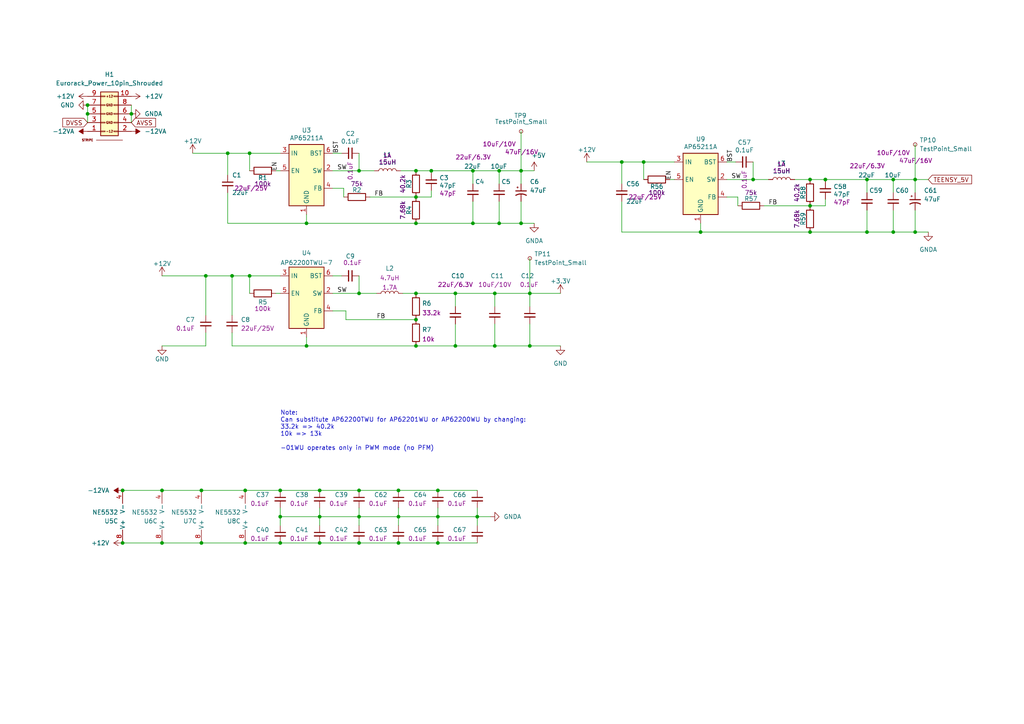
<source format=kicad_sch>
(kicad_sch (version 20231120) (generator "eeschema") (generator_version "8.0")
  (paper "A4")
  (junction (at 104.14 85.09))
  (junction (at 35.56 142.24))
  (junction (at 71.12 157.48))
  (junction (at 125.095 49.53))
  (junction (at 115.57 142.24))
  (junction (at 180.34 46.99))
  (junction (at 120.65 92.71))
  (junction (at 138.43 149.86))
  (junction (at 265.43 52.07))
  (junction (at 259.08 52.07))
  (junction (at 218.44 52.07))
  (junction (at 251.46 52.07))
  (junction (at 38.1 33.02))
  (junction (at 186.69 46.99))
  (junction (at 120.65 49.53))
  (junction (at 234.95 67.31))
  (junction (at 92.71 149.86))
  (junction (at 92.71 157.48))
  (junction (at 66.04 44.45))
  (junction (at 120.65 85.09))
  (junction (at 132.08 85.09))
  (junction (at 144.78 49.53))
  (junction (at 25.4 30.48))
  (junction (at 120.65 64.77))
  (junction (at 153.67 85.09))
  (junction (at 153.67 100.33))
  (junction (at 35.56 157.48))
  (junction (at 137.16 49.53))
  (junction (at 259.08 67.31))
  (junction (at 88.9 100.33))
  (junction (at 120.65 100.33))
  (junction (at 72.39 80.01))
  (junction (at 234.95 52.07))
  (junction (at 81.28 149.86))
  (junction (at 58.42 142.24))
  (junction (at 251.46 67.31))
  (junction (at 151.13 64.77))
  (junction (at 127 149.86))
  (junction (at 144.78 64.77))
  (junction (at 132.08 100.33))
  (junction (at 59.69 80.01))
  (junction (at 151.13 49.53))
  (junction (at 104.14 149.86))
  (junction (at 58.42 157.48))
  (junction (at 88.9 64.77))
  (junction (at 137.16 64.77))
  (junction (at 25.4 33.02))
  (junction (at 72.39 44.45))
  (junction (at 234.95 59.69))
  (junction (at 143.51 100.33))
  (junction (at 143.51 85.09))
  (junction (at 115.57 149.86))
  (junction (at 239.395 52.07))
  (junction (at 81.28 142.24))
  (junction (at 71.12 142.24))
  (junction (at 120.65 57.15))
  (junction (at 67.31 80.01))
  (junction (at 81.28 157.48))
  (junction (at 203.2 67.31))
  (junction (at 46.99 142.24))
  (junction (at 46.99 157.48))
  (junction (at 104.14 49.53))
  (junction (at 115.57 157.48))
  (junction (at 265.43 67.31))
  (junction (at 104.14 157.48))
  (junction (at 92.71 142.24))
  (junction (at 127 142.24))
  (junction (at 104.14 142.24))
  (junction (at 127 157.48))
  (no_connect (at -180.34 -113.03))
  (wire (pts (xy 138.43 147.32) (xy 138.43 149.86)))
  (wire (pts (xy 234.95 67.31) (xy 251.46 67.31)))
  (wire (pts (xy 38.1 33.02) (xy 38.1 35.56)))
  (wire (pts (xy 144.78 49.53) (xy 151.13 49.53)))
  (wire (pts (xy 88.9 100.33) (xy 120.65 100.33)))
  (wire (pts (xy 132.08 100.33) (xy 143.51 100.33)))
  (wire (pts (xy 92.71 149.86) (xy 104.14 149.86)))
  (wire (pts (xy 59.69 100.33) (xy 46.99 100.33)))
  (wire (pts (xy 143.51 85.09) (xy 143.51 88.9)))
  (wire (pts (xy 230.505 52.07) (xy 234.95 52.07)))
  (wire (pts (xy 107.315 57.15) (xy 120.65 57.15)))
  (wire (pts (xy 153.67 88.9) (xy 153.67 85.09)))
  (wire (pts (xy 25.4 33.02) (xy 25.4 35.56)))
  (wire (pts (xy 221.615 59.69) (xy 234.95 59.69)))
  (wire (pts (xy 137.16 49.53) (xy 137.16 53.34)))
  (wire (pts (xy 210.82 46.99) (xy 213.36 46.99)))
  (wire (pts (xy 81.28 149.86) (xy 81.28 152.4)))
  (wire (pts (xy 115.57 157.48) (xy 127 157.48)))
  (wire (pts (xy 170.18 46.99) (xy 180.34 46.99)))
  (wire (pts (xy 58.42 157.48) (xy 46.99 157.48)))
  (wire (pts (xy 116.84 85.09) (xy 120.65 85.09)))
  (wire (pts (xy 265.43 52.07) (xy 269.24 52.07)))
  (wire (pts (xy 151.13 49.53) (xy 154.94 49.53)))
  (wire (pts (xy 72.39 80.01) (xy 81.28 80.01)))
  (wire (pts (xy 104.14 49.53) (xy 108.585 49.53)))
  (wire (pts (xy 120.65 100.33) (xy 132.08 100.33)))
  (wire (pts (xy 180.34 67.31) (xy 203.2 67.31)))
  (wire (pts (xy 46.99 80.01) (xy 59.69 80.01)))
  (wire (pts (xy 25.4 30.48) (xy 25.4 33.02)))
  (wire (pts (xy 104.14 149.86) (xy 115.57 149.86)))
  (wire (pts (xy 210.82 52.07) (xy 218.44 52.07)))
  (wire (pts (xy 96.52 44.45) (xy 99.06 44.45)))
  (wire (pts (xy 88.9 97.79) (xy 88.9 100.33)))
  (wire (pts (xy 92.71 147.32) (xy 92.71 149.86)))
  (wire (pts (xy 143.51 93.98) (xy 143.51 100.33)))
  (wire (pts (xy 120.65 57.15) (xy 125.095 57.15)))
  (wire (pts (xy 100.33 90.17) (xy 96.52 90.17)))
  (wire (pts (xy 96.52 49.53) (xy 104.14 49.53)))
  (wire (pts (xy 239.395 52.705) (xy 239.395 52.07)))
  (wire (pts (xy 125.095 49.53) (xy 137.16 49.53)))
  (wire (pts (xy 67.31 100.33) (xy 88.9 100.33)))
  (wire (pts (xy 67.31 80.01) (xy 67.31 91.44)))
  (wire (pts (xy 115.57 142.24) (xy 127 142.24)))
  (wire (pts (xy 66.04 44.45) (xy 72.39 44.45)))
  (wire (pts (xy 71.12 142.24) (xy 81.28 142.24)))
  (wire (pts (xy 116.205 49.53) (xy 120.65 49.53)))
  (wire (pts (xy 92.71 142.24) (xy 104.14 142.24)))
  (wire (pts (xy 125.095 55.245) (xy 125.095 57.15)))
  (wire (pts (xy 265.43 55.88) (xy 265.43 52.07)))
  (wire (pts (xy 239.395 52.07) (xy 251.46 52.07)))
  (wire (pts (xy 259.08 60.96) (xy 259.08 67.31)))
  (wire (pts (xy 239.395 57.785) (xy 239.395 59.69)))
  (wire (pts (xy 71.12 157.48) (xy 58.42 157.48)))
  (wire (pts (xy 127 157.48) (xy 138.43 157.48)))
  (wire (pts (xy 186.69 52.07) (xy 186.69 46.99)))
  (wire (pts (xy 180.34 46.99) (xy 180.34 53.34)))
  (wire (pts (xy 151.13 38.1) (xy 151.13 49.53)))
  (wire (pts (xy 213.995 57.15) (xy 210.82 57.15)))
  (wire (pts (xy 251.46 52.07) (xy 251.46 55.88)))
  (wire (pts (xy 38.1 30.48) (xy 38.1 33.02)))
  (wire (pts (xy 203.2 64.77) (xy 203.2 67.31)))
  (wire (pts (xy 96.52 85.09) (xy 104.14 85.09)))
  (wire (pts (xy 92.71 149.86) (xy 92.71 152.4)))
  (wire (pts (xy 59.69 91.44) (xy 59.69 80.01)))
  (wire (pts (xy 218.44 52.07) (xy 222.885 52.07)))
  (wire (pts (xy 66.04 44.45) (xy 66.04 50.8)))
  (wire (pts (xy 180.34 46.99) (xy 186.69 46.99)))
  (wire (pts (xy 115.57 149.86) (xy 115.57 152.4)))
  (wire (pts (xy 81.28 85.09) (xy 80.01 85.09)))
  (wire (pts (xy 88.9 62.23) (xy 88.9 64.77)))
  (wire (pts (xy 81.28 147.32) (xy 81.28 149.86)))
  (wire (pts (xy 151.13 53.34) (xy 151.13 49.53)))
  (wire (pts (xy 100.33 92.71) (xy 100.33 90.17)))
  (wire (pts (xy 92.71 157.48) (xy 104.14 157.48)))
  (wire (pts (xy 186.69 46.99) (xy 195.58 46.99)))
  (wire (pts (xy 58.42 142.24) (xy 46.99 142.24)))
  (wire (pts (xy 153.67 100.33) (xy 162.56 100.33)))
  (wire (pts (xy 120.65 85.09) (xy 132.08 85.09)))
  (wire (pts (xy 137.16 58.42) (xy 137.16 64.77)))
  (wire (pts (xy 72.39 49.53) (xy 72.39 44.45)))
  (wire (pts (xy 115.57 149.86) (xy 127 149.86)))
  (wire (pts (xy 251.46 67.31) (xy 259.08 67.31)))
  (wire (pts (xy 104.14 147.32) (xy 104.14 149.86)))
  (wire (pts (xy 251.46 52.07) (xy 259.08 52.07)))
  (wire (pts (xy 213.995 59.69) (xy 213.995 57.15)))
  (wire (pts (xy 151.13 58.42) (xy 151.13 64.77)))
  (wire (pts (xy 59.69 96.52) (xy 59.69 100.33)))
  (wire (pts (xy 138.43 149.86) (xy 138.43 152.4)))
  (wire (pts (xy 67.31 96.52) (xy 67.31 100.33)))
  (wire (pts (xy 127 149.86) (xy 138.43 149.86)))
  (wire (pts (xy 125.095 50.165) (xy 125.095 49.53)))
  (wire (pts (xy 71.12 142.24) (xy 58.42 142.24)))
  (wire (pts (xy 100.33 92.71) (xy 120.65 92.71)))
  (wire (pts (xy 153.67 85.09) (xy 162.56 85.09)))
  (wire (pts (xy 99.695 54.61) (xy 96.52 54.61)))
  (wire (pts (xy 115.57 147.32) (xy 115.57 149.86)))
  (wire (pts (xy 265.43 67.31) (xy 269.24 67.31)))
  (wire (pts (xy 144.78 49.53) (xy 144.78 53.34)))
  (wire (pts (xy 137.16 49.53) (xy 144.78 49.53)))
  (wire (pts (xy 180.34 67.31) (xy 180.34 58.42)))
  (wire (pts (xy 104.14 149.86) (xy 104.14 152.4)))
  (wire (pts (xy 67.31 80.01) (xy 72.39 80.01)))
  (wire (pts (xy 144.78 64.77) (xy 151.13 64.77)))
  (wire (pts (xy 132.08 85.09) (xy 132.08 88.9)))
  (wire (pts (xy 104.14 85.09) (xy 104.14 80.01)))
  (wire (pts (xy 127 142.24) (xy 138.43 142.24)))
  (wire (pts (xy 265.43 60.96) (xy 265.43 67.31)))
  (wire (pts (xy 127 147.32) (xy 127 149.86)))
  (wire (pts (xy 195.58 52.07) (xy 194.31 52.07)))
  (wire (pts (xy 104.14 142.24) (xy 115.57 142.24)))
  (wire (pts (xy 153.67 93.98) (xy 153.67 100.33)))
  (wire (pts (xy 72.39 44.45) (xy 81.28 44.45)))
  (wire (pts (xy 104.14 85.09) (xy 109.22 85.09)))
  (wire (pts (xy 259.08 67.31) (xy 265.43 67.31)))
  (wire (pts (xy 234.95 52.07) (xy 239.395 52.07)))
  (wire (pts (xy 143.51 85.09) (xy 153.67 85.09)))
  (wire (pts (xy 81.28 157.48) (xy 92.71 157.48)))
  (wire (pts (xy 104.14 49.53) (xy 104.14 44.45)))
  (wire (pts (xy 88.9 64.77) (xy 120.65 64.77)))
  (wire (pts (xy 104.14 157.48) (xy 115.57 157.48)))
  (wire (pts (xy 259.08 52.07) (xy 265.43 52.07)))
  (wire (pts (xy 81.28 49.53) (xy 80.01 49.53)))
  (wire (pts (xy 153.67 74.93) (xy 153.67 85.09)))
  (wire (pts (xy 46.99 142.24) (xy 35.56 142.24)))
  (wire (pts (xy 218.44 52.07) (xy 218.44 46.99)))
  (wire (pts (xy 55.88 44.45) (xy 66.04 44.45)))
  (wire (pts (xy 46.99 157.48) (xy 35.56 157.48)))
  (wire (pts (xy 259.08 52.07) (xy 259.08 55.88)))
  (wire (pts (xy 81.28 142.24) (xy 92.71 142.24)))
  (wire (pts (xy 120.65 64.77) (xy 137.16 64.77)))
  (wire (pts (xy 151.13 64.77) (xy 154.94 64.77)))
  (wire (pts (xy 71.12 157.48) (xy 81.28 157.48)))
  (wire (pts (xy 127 149.86) (xy 127 152.4)))
  (wire (pts (xy 81.28 149.86) (xy 92.71 149.86)))
  (wire (pts (xy 72.39 85.09) (xy 72.39 80.01)))
  (wire (pts (xy 138.43 149.86) (xy 142.24 149.86)))
  (wire (pts (xy 234.95 59.69) (xy 239.395 59.69)))
  (wire (pts (xy 120.65 49.53) (xy 125.095 49.53)))
  (wire (pts (xy 144.78 58.42) (xy 144.78 64.77)))
  (wire (pts (xy 203.2 67.31) (xy 234.95 67.31)))
  (wire (pts (xy 99.695 57.15) (xy 99.695 54.61)))
  (wire (pts (xy 143.51 100.33) (xy 153.67 100.33)))
  (wire (pts (xy 251.46 60.96) (xy 251.46 67.31)))
  (wire (pts (xy 265.43 41.91) (xy 265.43 52.07)))
  (wire (pts (xy 59.69 80.01) (xy 67.31 80.01)))
  (wire (pts (xy 132.08 85.09) (xy 143.51 85.09)))
  (wire (pts (xy 66.04 64.77) (xy 66.04 55.88)))
  (wire (pts (xy 96.52 80.01) (xy 99.06 80.01)))
  (wire (pts (xy 66.04 64.77) (xy 88.9 64.77)))
  (wire (pts (xy 132.08 93.98) (xy 132.08 100.33)))
  (wire (pts (xy 137.16 64.77) (xy 144.78 64.77)))
  (text "Note:\nCan substitute AP62200TWU for AP62201WU or AP62200WU by changing:\n33.2k => 40.2k\n10k => 13k\n\n-01WU operates only in PWM mode (no PFM)" (at 81.28 130.81 0) (effects (font (size 1.27 1.27)) (justify left bottom)))
  (label "SW" (at 97.79 49.53 0))
  (label "SW" (at 97.79 85.09 0))
  (label "SW" (at 212.09 52.07 0))
  (label "FB" (at 108.585 57.15 0))
  (label "BST" (at 212.725 46.99 90))
  (label "FB" (at 222.885 59.69 0))
  (label "BST" (at 98.425 44.45 90))
  (label "FB" (at 109.22 92.71 0))
  (label "EN" (at 194.945 52.07 90))
  (label "EN" (at 80.645 49.53 90))
  (global_label "TEENSY_5V" (shape input) (at 269.24 52.07 0) (property "Intersheetrefs" "${INTERSHEET_REFS}" (effects (hide yes))))
  (global_label "AVSS" (shape input) (at 38.1 35.56 0) (property "Intersheetrefs" "${INTERSHEET_REFS}" (effects (hide yes))))
  (global_label "DVSS" (shape input) (at 25.4 35.56 180) (property "Intersheetrefs" "${INTERSHEET_REFS}" (effects (hide yes))))
  (symbol (lib_id "4ms_Resistor:10k_0603") (at 120.65 96.52 0) (unit 1)
    (property "Reference" "R7" (at 122.428 95.6115 0) (effects (justify left)))
    (property "Value" "10k_0603" (effects (hide yes)))
    (property "Footprint" "4ms_Resistor:R_0603" (effects (hide yes)))
    (property "Specifications" "10K, 1%, 1/10W, 0603" (effects (hide yes)))
    (property "Manufacturer" "Yageo" (effects (hide yes)))
    (property "Part Number" "RC0603FR-0710KL" (effects (hide yes)))
    (property "Display" "10k" (at 122.428 98.3866 0) (effects (justify left)))
    (property "JLCPCB ID" "C25804" (effects (hide yes)))
  )
  (symbol (lib_id "4ms_Capacitor:22uF_0603_6.3V") (at 251.46 58.42 0) (unit 1)
    (property "Reference" "C59" (at 252.095 55.245 0) (effects (justify left)))
    (property "Value" "22uF" (at 248.92 50.8 0) (effects (justify left)))
    (property "Footprint" "4ms_Capacitor:C_0603" (effects (hide yes)))
    (property "Description" "22uF, 6.3V,10%,X5R or X7R, 0603" (effects (hide yes)))
    (property "Manufacturer" "Murata" (effects (hide yes)))
    (property "Part number" "JMK212ABJ226MD-T" (effects (hide yes)))
    (property "Specifications" "22uF, 6.3V,10%,X5R or X7R,0603" (effects (hide yes)))
    (property "Part Number" "GRM188R60J226MEA0J" (effects (hide yes)))
    (property "Display" "22uF/6.3V" (at 246.38 48.133 0) (effects (justify left)))
    (property "JLCPCB ID" "C59461" (effects (hide yes)))
    (property "Production Stage" "A" (effects (hide yes)))
  )
  (symbol (lib_id "4ms_Capacitor:22uF_0805_25V") (at 67.31 93.98 0) (unit 1)
    (property "Reference" "C8" (at 69.85 92.71 0) (effects (justify left)))
    (property "Value" "22uF_0805_25V" (effects (hide yes)))
    (property "Footprint" "4ms_Capacitor:C_0805" (effects (hide yes)))
    (property "Specifications" "22uF, Min 25V, 0805, MLCC, X5R or similar" (effects (hide yes)))
    (property "Display" "22uF/25V" (at 69.85 95.25 0) (effects (justify left)))
    (property "Manufacturer" "Murata" (effects (hide yes)))
    (property "Part Number" "GRM21BR61E226ME44L" (effects (hide yes)))
    (property "JLCPCB ID" "C45783" (effects (hide yes)))
  )
  (symbol (lib_id "4ms_Connector:TestPoint_Small") (at 265.43 41.91 0) (unit 1)
    (property "Reference" "TP10" (at 266.7 40.6399 0) (effects (justify left)))
    (property "Value" "TestPoint_Small" (at 266.7 43.1799 0) (effects (justify left)))
    (property "Footprint" "TestPoint:TestPoint_Keystone_5005-5009_Compact" (effects (hide yes)))
    (property "Description" "test point" (effects (hide yes)))
  )
  (symbol (lib_id "4ms_Capacitor:0.1uF_0603_16V") (at 215.9 46.99 270) (unit 1)
    (property "Reference" "C57" (at 215.9 41.3004 90))
    (property "Value" "0.1uF" (at 215.9 43.5356 90))
    (property "Footprint" "4ms_Capacitor:C_0603" (effects (hide yes)))
    (property "Description" "0.1uF, Min. 16V 10%, X7R or X5R or similar" (effects (hide yes)))
    (property "Specifications" "0.1uF, Min. 16V 10%, X7R or X5R or similar" (effects (hide yes)))
    (property "Display" "0.1uF" (at 215.9 52.07 0))
    (property "Manufacturer" "AVX Corporation" (effects (hide yes)))
    (property "Part Number" "0603YC104KAT2A" (effects (hide yes)))
    (property "JLCPCB ID" "C14663" (effects (hide yes)))
    (property "Production Stage" "A" (effects (hide yes)))
  )
  (symbol (lib_id "4ms_Power-symbol:-12VA") (at 25.4 38.1 90) (unit 1)
    (property "Reference" "#PWR08" (effects (hide yes)))
    (property "Value" "-12VA" (at 21.59 38.0999 90) (effects (justify left)))
  )
  (symbol (lib_id "4ms_Capacitor:0.1uF_0603_16V") (at 92.71 144.78 0) (unit 1)
    (property "Reference" "C38" (at 89.535 143.51 0) (effects (justify right)))
    (property "Value" "0.1uF_0603_16V" (effects (hide yes)))
    (property "Footprint" "4ms_Capacitor:C_0603" (effects (hide yes)))
    (property "Display" "0.1uF" (at 89.535 146.05 0) (effects (justify right)))
    (property "Manufacturer" "AVX Corporation" (effects (hide yes)))
    (property "Part Number" "0603YC104KAT2A" (effects (hide yes)))
    (property "Specifications" "0.1uF, Min. 16V 10%, X7R or X5R or similar" (effects (hide yes)))
    (property "JLCPCB ID" "C14663" (effects (hide yes)))
  )
  (symbol (lib_id "4ms_Inductor:15uH_1A_5040") (at 226.695 52.07 90) (unit 1)
    (property "Reference" "L3" (at 226.695 47.3964 90))
    (property "Value" "15uH" (at 226.695 49.6316 90))
    (property "Footprint" "4ms_Inductor:COIL_5040" (effects (hide yes)))
    (property "Description" "15uH, Isat>1A, Rdc<=100mOhms, shielded" (effects (hide yes)))
    (property "Manufacturer" "Bournes" (effects (hide yes)))
    (property "Part number" "SRN5040TA-150M" (effects (hide yes)))
    (property "Specifications" "15uH, Isat>1A, Rdc<=100mOhms, shielded" (effects (hide yes)))
    (property "Part Number" "SRN5040TA-150M" (effects (hide yes)))
    (property "Display" "15uH" (at 226.695 49.53 90))
    (property "Display 2" "1A" (at 226.5934 47.6504 90))
    (property "JLCPCB ID" "C222950" (effects (hide yes)))
    (property "Production Stage" "A" (effects (hide yes)))
  )
  (symbol (lib_id "4ms_Capacitor:10uF_0603_10V") (at 144.78 55.88 0) (unit 1)
    (property "Reference" "C5" (at 145.415 52.705 0) (effects (justify left)))
    (property "Value" "10uF" (at 142.24 48.26 0) (effects (justify left)))
    (property "Footprint" "4ms_Capacitor:C_0603" (effects (hide yes)))
    (property "Description" "10uF, Min. 10V X5R 10%" (effects (hide yes)))
    (property "Specifications" "10uF, Min. 10V X5R 10%" (effects (hide yes)))
    (property "Manufacturer" "Murata" (effects (hide yes)))
    (property "Part number" "GRM188R61A106KE69D" (effects (hide yes)))
    (property "Part Number" "GRM188R61A106KE69D" (effects (hide yes)))
    (property "Display" "10uF/10V" (at 139.954 41.783 0) (effects (justify left)))
    (property "JLCPCB ID" "C19702" (effects (hide yes)))
    (property "Production Stage" "A" (effects (hide yes)))
  )
  (symbol (lib_id "4ms_Capacitor:0.1uF_0603_16V") (at 59.69 93.98 0) (unit 1)
    (property "Reference" "C7" (at 56.515 92.71 0) (effects (justify right)))
    (property "Value" "0.1uF_0603_16V" (effects (hide yes)))
    (property "Footprint" "4ms_Capacitor:C_0603" (effects (hide yes)))
    (property "Display" "0.1uF" (at 56.515 95.25 0) (effects (justify right)))
    (property "Manufacturer" "AVX Corporation" (effects (hide yes)))
    (property "Part Number" "0603YC104KAT2A" (effects (hide yes)))
    (property "Specifications" "0.1uF, Min. 16V 10%, X7R or X5R or similar" (effects (hide yes)))
    (property "JLCPCB ID" "C14663" (effects (hide yes)))
  )
  (symbol (lib_id "4ms_Capacitor:0.1uF_0603_16V") (at 92.71 154.94 0) (unit 1)
    (property "Reference" "C41" (at 89.535 153.67 0) (effects (justify right)))
    (property "Value" "0.1uF_0603_16V" (effects (hide yes)))
    (property "Footprint" "4ms_Capacitor:C_0603" (effects (hide yes)))
    (property "Display" "0.1uF" (at 89.535 156.21 0) (effects (justify right)))
    (property "Manufacturer" "AVX Corporation" (effects (hide yes)))
    (property "Part Number" "0603YC104KAT2A" (effects (hide yes)))
    (property "Specifications" "0.1uF, Min. 16V 10%, X7R or X5R or similar" (effects (hide yes)))
    (property "JLCPCB ID" "C14663" (effects (hide yes)))
  )
  (symbol (lib_id "4ms_Resistor_0603:100k_0603") (at 76.2 49.53 270) (unit 1)
    (property "Reference" "R1" (at 76.2 51.562 90))
    (property "Value" "100k" (at 76.2 53.34 90))
    (property "Footprint" "4ms_Resistor:R_0603" (effects (hide yes)))
    (property "Description" "100k, 1%, 1/10W, 0603" (effects (hide yes)))
    (property "Specifications" "100k, 1%, 1/10W, 0603" (effects (hide yes)))
    (property "Manufacturer" "Yageo" (effects (hide yes)))
    (property "Part Number" "RC0603FR-07100KL" (effects (hide yes)))
    (property "Display" "100k" (at 76.2 53.34 90))
    (property "JLCPCB ID" "C14675" (effects (hide yes)))
    (property "Production Stage" "A" (effects (hide yes)))
  )
  (symbol (lib_id "4ms_Capacitor:0.1uF_0603_16V") (at 127 154.94 0) (unit 1)
    (property "Reference" "C65" (at 123.825 153.67 0) (effects (justify right)))
    (property "Value" "0.1uF_0603_16V" (effects (hide yes)))
    (property "Footprint" "4ms_Capacitor:C_0603" (effects (hide yes)))
    (property "Display" "0.1uF" (at 123.825 156.21 0) (effects (justify right)))
    (property "Manufacturer" "AVX Corporation" (effects (hide yes)))
    (property "Part Number" "0603YC104KAT2A" (effects (hide yes)))
    (property "Specifications" "0.1uF, Min. 16V 10%, X7R or X5R or similar" (effects (hide yes)))
    (property "JLCPCB ID" "C14663" (effects (hide yes)))
  )
  (symbol (lib_id "4ms_Capacitor:10uF_0603_10V") (at 143.51 91.44 0) (unit 1)
    (property "Reference" "C11" (at 142.24 80.01 0) (effects (justify left)))
    (property "Value" "10uF_0603_10V" (effects (hide yes)))
    (property "Footprint" "4ms_Capacitor:C_0603" (effects (hide yes)))
    (property "Specifications" "10uF, Min. 10V X5R 10%" (effects (hide yes)))
    (property "Display" "10uF/10V" (at 143.51 82.55 0))
    (property "Manufacturer" "Murata" (effects (hide yes)))
    (property "Part Number" "GRM188R61A106KE69D" (effects (hide yes)))
    (property "JLCPCB ID" "C19702" (effects (hide yes)))
  )
  (symbol (lib_id "4ms_Capacitor:0.1uF_0603_16V") (at 81.28 154.94 0) (unit 1)
    (property "Reference" "C40" (at 78.105 153.67 0) (effects (justify right)))
    (property "Value" "0.1uF_0603_16V" (effects (hide yes)))
    (property "Footprint" "4ms_Capacitor:C_0603" (effects (hide yes)))
    (property "Display" "0.1uF" (at 78.105 156.21 0) (effects (justify right)))
    (property "Manufacturer" "AVX Corporation" (effects (hide yes)))
    (property "Part Number" "0603YC104KAT2A" (effects (hide yes)))
    (property "Specifications" "0.1uF, Min. 16V 10%, X7R or X5R or similar" (effects (hide yes)))
    (property "JLCPCB ID" "C14663" (effects (hide yes)))
  )
  (symbol (lib_id "4ms_IC:AP62200TWU-7") (at 88.9 86.36 0) (unit 1)
    (property "Reference" "U4" (at 88.9 73.3552 0))
    (property "Value" "AP62200TWU-7" (at 88.9 76.2 0))
    (property "Footprint" "4ms_Package_SOT:TSOT-23-6" (effects (hide yes)))
    (property "Datasheet" "https://www.mouser.com/datasheet/2/115/DIOD_S_A0012994370_1-2543895.pdf" (effects (hide yes)))
    (property "Manufacturer" "Diodes Incorporated" (effects (hide yes)))
    (property "Specifications" "DC/DC Buck Converter 750kHz 18VinMax 2A Synchronous" (effects (hide yes)))
    (property "Part Number" "AP62200T" (effects (hide yes)))
  )
  (symbol (lib_id "4ms_Capacitor:22uF_0603_6.3V") (at 137.16 55.88 0) (unit 1)
    (property "Reference" "C4" (at 137.795 52.705 0) (effects (justify left)))
    (property "Value" "22uF" (at 134.62 48.26 0) (effects (justify left)))
    (property "Footprint" "4ms_Capacitor:C_0603" (effects (hide yes)))
    (property "Description" "22uF, 6.3V,10%,X5R or X7R, 0603" (effects (hide yes)))
    (property "Manufacturer" "Murata" (effects (hide yes)))
    (property "Part number" "JMK212ABJ226MD-T" (effects (hide yes)))
    (property "Specifications" "22uF, 6.3V,10%,X5R or X7R,0603" (effects (hide yes)))
    (property "Part Number" "GRM188R60J226MEA0J" (effects (hide yes)))
    (property "Display" "22uF/6.3V" (at 132.08 45.593 0) (effects (justify left)))
    (property "JLCPCB ID" "C59461" (effects (hide yes)))
    (property "Production Stage" "A" (effects (hide yes)))
  )
  (symbol (lib_id "Amplifier_Operational:NE5532") (at 33.02 149.86 180) (unit 3)
    (property "Reference" "U5" (at 34.29 151.1301 0) (effects (justify left)))
    (property "Value" "NE5532" (at 34.29 148.5901 0) (effects (justify left)))
    (property "Footprint" "NE5532DR:SOIC127P599X175-8N" (effects (hide yes)))
    (property "Datasheet" "http://www.ti.com/lit/ds/symlink/ne5532.pdf" (effects (hide yes)))
    (property "Description" "Dual Low-Noise Operational Amplifiers, DIP-8/SOIC-8" (effects (hide yes)))
  )
  (symbol (lib_id "4ms_Capacitor:47pF_0603_50V") (at 125.095 52.705 180) (unit 1)
    (property "Reference" "C3" (at 127.4318 51.5874 0) (effects (justify right)))
    (property "Value" "47pF" (at 127.4318 53.8226 0) (effects (justify right)))
    (property "Footprint" "4ms_Capacitor:C_0603" (effects (hide yes)))
    (property "Description" "47pF, 50V C0G/NPO 5%, MLCC" (effects (hide yes)))
    (property "Part number" "885012005078" (effects (hide yes)))
    (property "Manufacturer" "Yageo" (effects (hide yes)))
    (property "Specifications" "47pF, 50V C0G/NPO 5%, MLCC" (effects (hide yes)))
    (property "Part Number" "CC0603JRNPO9BN470" (effects (hide yes)))
    (property "Display" "47pF" (at 132.334 56.134 0) (effects (justify left)))
    (property "JLCPCB ID" "C1671" (effects (hide yes)))
    (property "Production Stage" "A" (effects (hide yes)))
  )
  (symbol (lib_id "4ms_Connector:Eurorack_Power_10pin_Shrouded") (at 31.75 33.02 0) (unit 1)
    (property "Reference" "H1" (at 31.75 21.59 0))
    (property "Value" "Eurorack_Power_10pin_Shrouded" (at 31.75 24.13 0))
    (property "Footprint" "4ms_Connector:Pins_2x05_2.54mm_TH_EurorackPower_Shrouded" (effects (hide yes)))
    (property "Datasheet" "https://www.mouser.com/datasheet/2/445/61201021621-1717731.pdf" (effects (hide yes)))
    (property "Description" "HEADER 2x5 MALE PINS 0.100” 180deg" (effects (hide yes)))
    (property "Specifications" "Shrouded header 10-Pin 2.54 Pitch" (effects (hide yes)))
    (property "Manufacturer" "Wurth Elektronik" (effects (hide yes)))
    (property "Part Number" "61201021621" (effects (hide yes)))
    (property "Production Stage" "B" (effects (hide yes)))
  )
  (symbol (lib_id "4ms_Capacitor:0.1uF_0603_16V") (at 81.28 144.78 0) (unit 1)
    (property "Reference" "C37" (at 78.105 143.51 0) (effects (justify right)))
    (property "Value" "0.1uF_0603_16V" (effects (hide yes)))
    (property "Footprint" "4ms_Capacitor:C_0603" (effects (hide yes)))
    (property "Display" "0.1uF" (at 78.105 146.05 0) (effects (justify right)))
    (property "Manufacturer" "AVX Corporation" (effects (hide yes)))
    (property "Part Number" "0603YC104KAT2A" (effects (hide yes)))
    (property "Specifications" "0.1uF, Min. 16V 10%, X7R or X5R or similar" (effects (hide yes)))
    (property "JLCPCB ID" "C14663" (effects (hide yes)))
  )
  (symbol (lib_id "4ms_Resistor_0603:100k_0603") (at 190.5 52.07 270) (unit 1)
    (property "Reference" "R56" (at 190.5 54.102 90))
    (property "Value" "100k" (at 190.5 55.88 90))
    (property "Footprint" "4ms_Resistor:R_0603" (effects (hide yes)))
    (property "Description" "100k, 1%, 1/10W, 0603" (effects (hide yes)))
    (property "Specifications" "100k, 1%, 1/10W, 0603" (effects (hide yes)))
    (property "Manufacturer" "Yageo" (effects (hide yes)))
    (property "Part Number" "RC0603FR-07100KL" (effects (hide yes)))
    (property "Display" "100k" (at 190.5 55.88 90))
    (property "JLCPCB ID" "C14675" (effects (hide yes)))
    (property "Production Stage" "A" (effects (hide yes)))
  )
  (symbol (lib_id "4ms_Capacitor:47uF_5x5.3_16V") (at 265.43 58.42 0) (unit 1)
    (property "Reference" "C61" (at 267.97 55.245 0) (effects (justify left)))
    (property "Value" "47uF" (at 267.97 57.785 0) (effects (justify left)))
    (property "Footprint" "4ms_Capacitor:CP_Elec_5x5.3" (effects (hide yes)))
    (property "Description" "47uF, 16V, 20%, 5.00mmD*5.30mmH, 2000Hrs@85℃" (effects (hide yes)))
    (property "Manufacturer" "Lelon" (effects (hide yes)))
    (property "Part number" "VE-470M1CTR-0505" (effects (hide yes)))
    (property "Specifications" "47uF, 16V, 20%, 5.00mmD*5.30mmH, 2000Hrs@85℃" (effects (hide yes)))
    (property "Part Number" "VES470M1CTR-0505" (effects (hide yes)))
    (property "Display" "47uF/16V" (at 260.731 46.609 0) (effects (justify left)))
    (property "JLCPCB ID" "C134798" (effects (hide yes)))
    (property "Production Stage" "A" (effects (hide yes)))
  )
  (symbol (lib_id "4ms_Power-symbol:+3.3V") (at 162.56 85.09 0) (unit 1)
    (property "Reference" "#PWR?" (effects (hide yes)))
    (property "Value" "+3.3V" (at 162.56 81.534 0))
    (instances (project "" (path "" (reference "#PWR?") (unit 1))) (project "" (path "" (reference "#PWR0101") (unit 1))))
  )
  (symbol (lib_id "4ms_Power-symbol:+12V") (at 25.4 27.94 90) (unit 1)
    (property "Reference" "#PWR05" (effects (hide yes)))
    (property "Value" "+12V" (at 21.59 27.9399 90) (effects (justify left)))
  )
  (symbol (lib_id "4ms_IC:AP65211AWU-7") (at 88.9 50.8 0) (unit 1)
    (property "Reference" "U3" (at 88.9 37.7952 0))
    (property "Value" "AP65211A" (at 88.9 40.0304 0))
    (property "Footprint" "4ms_Package_SOT:TSOT-23-6" (effects (hide yes)))
    (property "Datasheet" "https://www.diodes.com/assets/Datasheets/AP65111A.pdf" (effects (hide yes)))
    (property "Description" "DC/DC Buck Converter 500kHz 18VinMax 2A Synchronous" (effects (hide yes)))
    (property "Manufacturer" "Diodes Incorporated" (effects (hide yes)))
    (property "Specifications" "DC/DC Buck Converter 500kHz 18VinMax 2A Synchronous" (effects (hide yes)))
    (property "Part Number" "AP65211AWU-7" (effects (hide yes)))
    (property "JLCPCB ID" "C441829" (effects (hide yes)))
    (property "Production Stage" "A" (effects (hide yes)))
  )
  (symbol (lib_id "4ms_Capacitor:22uF_0805_25V") (at 180.34 55.88 0) (unit 1)
    (property "Reference" "C56" (at 181.61 53.34 0) (effects (justify left)))
    (property "Value" "22uF" (at 181.61 58.42 0) (effects (justify left)))
    (property "Footprint" "4ms_Capacitor:C_0805" (effects (hide yes)))
    (property "Description" "22uF, Min. 10V, 20%, X5R or X7S or similar, 0805, MLCC" (effects (hide yes)))
    (property "Manufacturer" "Murata" (effects (hide yes)))
    (property "Part number" "UMK325BJ106KMHP" (effects (hide yes)))
    (property "Specifications" "22uF, Min. 25V, 20%, X5R or X7S or similar, 0805, MLCC" (effects (hide yes)))
    (property "Part Number" "GRM21BR61E226ME44L" (effects (hide yes)))
    (property "Display" "22uF/25V" (at 182.245 57.15 0) (effects (justify left)))
    (property "JLCPCB ID" "C45783" (effects (hide yes)))
    (property "Production Stage" "A" (effects (hide yes)))
  )
  (symbol (lib_id "4ms_Power-symbol:GND") (at 46.99 100.33 0) (unit 1)
    (property "Reference" "#PWR?" (effects (hide yes)))
    (property "Value" "GND" (at 46.99 104.14 0))
    (instances (project "" (path "" (reference "#PWR?") (unit 1))) (project "" (path "" (reference "#PWR0103") (unit 1))))
  )
  (symbol (lib_id "4ms_Resistor:33.2k_0603") (at 120.65 88.9 0) (unit 1)
    (property "Reference" "R6" (at 122.428 87.9915 0) (effects (justify left)))
    (property "Value" "33.2k_0603" (effects (hide yes)))
    (property "Footprint" "4ms_Resistor:R_0603" (effects (hide yes)))
    (property "Specifications" "33.2k, 1%, 1/10W, 0603" (effects (hide yes)))
    (property "Manufacturer" "Yageo" (effects (hide yes)))
    (property "Part Number" "RT0603FRE0733K2L" (effects (hide yes)))
    (property "Display" "33.2k" (at 122.428 90.7666 0) (effects (justify left)))
    (property "JLCPCB ID" "C23003" (effects (hide yes)))
  )
  (symbol (lib_id "4ms_Power-symbol:GNDA") (at 142.24 149.86 90) (unit 1)
    (property "Reference" "#PWR043" (effects (hide yes)))
    (property "Value" "GNDA" (at 146.05 149.8599 90) (effects (justify right)))
    (property "Description" "(analog) ground power-flag symbol" (effects (hide yes)))
  )
  (symbol (lib_id "4ms_Power-symbol:+12V") (at 35.56 157.48 90) (unit 1)
    (property "Reference" "#PWR013" (effects (hide yes)))
    (property "Value" "+12V" (at 31.75 157.4801 90) (effects (justify left)))
  )
  (symbol (lib_id "4ms_Connector:TestPoint_Small") (at 153.67 74.93 0) (unit 1)
    (property "Reference" "TP11" (at 154.94 73.6599 0) (effects (justify left)))
    (property "Value" "TestPoint_Small" (at 154.94 76.1999 0) (effects (justify left)))
    (property "Footprint" "TestPoint:TestPoint_Keystone_5005-5009_Compact" (effects (hide yes)))
    (property "Description" "test point" (effects (hide yes)))
  )
  (symbol (lib_id "4ms_Resistor:75k_0603") (at 103.505 57.15 90) (unit 1)
    (property "Reference" "R2" (at 103.505 55.118 90))
    (property "Value" "75k" (at 103.505 53.34 90))
    (property "Footprint" "4ms_Resistor:R_0603" (effects (hide yes)))
    (property "Description" "75K, 1%, 1/10W, 0603" (effects (hide yes)))
    (property "Specifications" "75K, 1%, 1/10W, 0603" (effects (hide yes)))
    (property "Manufacturer" "Yageo" (effects (hide yes)))
    (property "Part Number" "RC0603FR-0775KL" (effects (hide yes)))
    (property "Display" "75k" (at 103.505 53.34 90))
    (property "JLCPCB ID" "C23242" (effects (hide yes)))
  )
  (symbol (lib_id "4ms_Power-symbol:-12VA") (at 38.1 38.1 270) (unit 1)
    (property "Reference" "#PWR09" (effects (hide yes)))
    (property "Value" "-12VA" (at 41.91 38.0999 90) (effects (justify left)))
  )
  (symbol (lib_id "Amplifier_Operational:NE5532") (at 68.58 149.86 180) (unit 3)
    (property "Reference" "U8" (at 69.85 151.1301 0) (effects (justify left)))
    (property "Value" "NE5532" (at 69.85 148.5901 0) (effects (justify left)))
    (property "Footprint" "NE5532DR:SOIC127P599X175-8N" (effects (hide yes)))
    (property "Datasheet" "http://www.ti.com/lit/ds/symlink/ne5532.pdf" (effects (hide yes)))
    (property "Description" "Dual Low-Noise Operational Amplifiers, DIP-8/SOIC-8" (effects (hide yes)))
  )
  (symbol (lib_id "4ms_Power-symbol:+12V") (at 170.18 46.99 0) (unit 1)
    (property "Reference" "#PWR037" (effects (hide yes)))
    (property "Value" "+12V" (at 170.18 43.434 0))
  )
  (symbol (lib_id "4ms_Power-symbol:GNDA") (at 269.24 67.31 0) (unit 1)
    (property "Reference" "#PWR042" (effects (hide yes)))
    (property "Value" "GNDA" (at 269.24 72.39 0))
    (property "Description" "(analog) ground power-flag symbol" (effects (hide yes)))
  )
  (symbol (lib_id "4ms_Resistor:75k_0603") (at 217.805 59.69 90) (unit 1)
    (property "Reference" "R57" (at 217.805 57.658 90))
    (property "Value" "75k" (at 217.805 55.88 90))
    (property "Footprint" "4ms_Resistor:R_0603" (effects (hide yes)))
    (property "Description" "75K, 1%, 1/10W, 0603" (effects (hide yes)))
    (property "Specifications" "75K, 1%, 1/10W, 0603" (effects (hide yes)))
    (property "Manufacturer" "Yageo" (effects (hide yes)))
    (property "Part Number" "RC0603FR-0775KL" (effects (hide yes)))
    (property "Display" "75k" (at 217.805 55.88 90))
    (property "JLCPCB ID" "C23242" (effects (hide yes)))
  )
  (symbol (lib_id "Amplifier_Operational:NE5532") (at 44.45 149.86 180) (unit 3)
    (property "Reference" "U6" (at 45.72 151.1301 0) (effects (justify left)))
    (property "Value" "NE5532" (at 45.72 148.5901 0) (effects (justify left)))
    (property "Footprint" "NE5532DR:SOIC127P599X175-8N" (effects (hide yes)))
    (property "Datasheet" "http://www.ti.com/lit/ds/symlink/ne5532.pdf" (effects (hide yes)))
    (property "Description" "Dual Low-Noise Operational Amplifiers, DIP-8/SOIC-8" (effects (hide yes)))
  )
  (symbol (lib_id "4ms_Resistor:100k_0603") (at 76.2 85.09 270) (unit 1)
    (property "Reference" "R5" (at 76.2 87.63 90))
    (property "Value" "100k_0603" (effects (hide yes)))
    (property "Footprint" "4ms_Resistor:R_0603" (effects (hide yes)))
    (property "Display" "100k" (at 76.2 89.535 90))
    (property "Manufacturer" "Yageo" (effects (hide yes)))
    (property "Part Number" "RC0603FR-07100KL" (effects (hide yes)))
    (property "Specifications" "100K, 1%, 1/10W, 0603" (effects (hide yes)))
    (property "JLCPCB ID" "C25803" (effects (hide yes)))
  )
  (symbol (lib_id "4ms_Power-symbol:-12VA") (at 35.56 142.24 90) (unit 1)
    (property "Reference" "#PWR012" (effects (hide yes)))
    (property "Value" "-12VA" (at 31.75 142.2401 90) (effects (justify left)))
  )
  (symbol (lib_id "4ms_Power-symbol:+12V") (at 46.99 80.01 0) (unit 1)
    (property "Reference" "#PWR?" (effects (hide yes)))
    (property "Value" "+12V" (at 46.99 76.454 0))
    (instances (project "" (path "" (reference "#PWR?") (unit 1))) (project "" (path "" (reference "#PWR0104") (unit 1))))
  )
  (symbol (lib_id "4ms_Capacitor:0.1uF_0603_16V") (at 127 144.78 0) (unit 1)
    (property "Reference" "C64" (at 123.825 143.51 0) (effects (justify right)))
    (property "Value" "0.1uF_0603_16V" (effects (hide yes)))
    (property "Footprint" "4ms_Capacitor:C_0603" (effects (hide yes)))
    (property "Display" "0.1uF" (at 123.825 146.05 0) (effects (justify right)))
    (property "Manufacturer" "AVX Corporation" (effects (hide yes)))
    (property "Part Number" "0603YC104KAT2A" (effects (hide yes)))
    (property "Specifications" "0.1uF, Min. 16V 10%, X7R or X5R or similar" (effects (hide yes)))
    (property "JLCPCB ID" "C14663" (effects (hide yes)))
  )
  (symbol (lib_id "4ms_Power-symbol:GNDA") (at 154.94 64.77 0) (unit 1)
    (property "Reference" "#PWR02" (effects (hide yes)))
    (property "Value" "GNDA" (at 154.94 69.85 0))
    (property "Description" "(analog) ground power-flag symbol" (effects (hide yes)))
  )
  (symbol (lib_id "4ms_Capacitor:0.1uF_0603_16V") (at 153.67 91.44 0) (unit 1)
    (property "Reference" "C12" (at 154.94 80.01 0) (effects (justify right)))
    (property "Value" "0.1uF_0603_16V" (effects (hide yes)))
    (property "Footprint" "4ms_Capacitor:C_0603" (effects (hide yes)))
    (property "Display" "0.1uF" (at 156.21 82.55 0) (effects (justify right)))
    (property "Manufacturer" "AVX Corporation" (effects (hide yes)))
    (property "Part Number" "0603YC104KAT2A" (effects (hide yes)))
    (property "Specifications" "0.1uF, Min. 16V 10%, X7R or X5R or similar" (effects (hide yes)))
    (property "JLCPCB ID" "C14663" (effects (hide yes)))
  )
  (symbol (lib_id "4ms_Resistor:40.2k_0603") (at 120.65 53.34 180) (unit 1)
    (property "Reference" "R3" (at 118.618 53.34 90))
    (property "Value" "40.2k" (at 116.84 53.34 90))
    (property "Footprint" "4ms_Resistor:R_0603" (effects (hide yes)))
    (property "Description" "40.2k, 1%, 1/10W, 0603" (effects (hide yes)))
    (property "Specifications" "40.2k, 1%, 1/10W, 0603" (effects (hide yes)))
    (property "Manufacturer" "Yageo" (effects (hide yes)))
    (property "Part Number" "RC0603FR-0740K2L" (effects (hide yes)))
    (property "Display" "40.2k" (at 116.84 53.34 90))
    (property "JLCPCB ID" "C12447" (effects (hide yes)))
  )
  (symbol (lib_id "4ms_Power-symbol:+12V") (at 55.88 44.45 0) (unit 1)
    (property "Reference" "#PWR03" (effects (hide yes)))
    (property "Value" "+12V" (at 55.88 40.894 0))
  )
  (symbol (lib_id "4ms_Capacitor:47uF_5x5.3_16V") (at 151.13 55.88 0) (unit 1)
    (property "Reference" "C6" (at 153.67 52.705 0) (effects (justify left)))
    (property "Value" "47uF" (at 153.67 55.245 0) (effects (justify left)))
    (property "Footprint" "4ms_Capacitor:CP_Elec_5x5.3" (effects (hide yes)))
    (property "Description" "47uF, 16V, 20%, 5.00mmD*5.30mmH, 2000Hrs@85℃" (effects (hide yes)))
    (property "Manufacturer" "Lelon" (effects (hide yes)))
    (property "Part number" "VE-470M1CTR-0505" (effects (hide yes)))
    (property "Specifications" "47uF, 16V, 20%, 5.00mmD*5.30mmH, 2000Hrs@85℃" (effects (hide yes)))
    (property "Part Number" "VES470M1CTR-0505" (effects (hide yes)))
    (property "Display" "47uF/16V" (at 146.431 44.069 0) (effects (justify left)))
    (property "JLCPCB ID" "C134798" (effects (hide yes)))
    (property "Production Stage" "A" (effects (hide yes)))
  )
  (symbol (lib_id "4ms_Power-symbol:+5V") (at 154.94 49.53 0) (unit 1)
    (property "Reference" "#PWR01" (effects (hide yes)))
    (property "Value" "+5V" (at 156.21 45.085 0))
  )
  (symbol (lib_id "4ms_Power-symbol:GNDA") (at 38.1 33.02 90) (unit 1)
    (property "Reference" "#PWR06" (effects (hide yes)))
    (property "Value" "GNDA" (at 41.91 33.0199 90) (effects (justify right)))
    (property "Description" "(analog) ground power-flag symbol" (effects (hide yes)))
  )
  (symbol (lib_id "4ms_Inductor:15uH_1A_5040") (at 112.395 49.53 90) (unit 1)
    (property "Reference" "L1" (at 112.395 44.8564 90))
    (property "Value" "15uH" (at 112.395 47.0916 90))
    (property "Footprint" "4ms_Inductor:COIL_5040" (effects (hide yes)))
    (property "Description" "15uH, Isat>1A, Rdc<=100mOhms, shielded" (effects (hide yes)))
    (property "Manufacturer" "Bournes" (effects (hide yes)))
    (property "Part number" "SRN5040TA-150M" (effects (hide yes)))
    (property "Specifications" "15uH, Isat>1A, Rdc<=100mOhms, shielded" (effects (hide yes)))
    (property "Part Number" "SRN5040TA-150M" (effects (hide yes)))
    (property "Display" "15uH" (at 112.395 46.99 90))
    (property "Display 2" "1A" (at 112.2934 45.1104 90))
    (property "JLCPCB ID" "C222950" (effects (hide yes)))
    (property "Production Stage" "A" (effects (hide yes)))
  )
  (symbol (lib_id "4ms_Resistor:7.68k_0603") (at 234.95 63.5 180) (unit 1)
    (property "Reference" "R59" (at 232.918 63.5 90))
    (property "Value" "7.68k" (at 231.14 63.5 90))
    (property "Footprint" "4ms_Resistor:R_0603" (effects (hide yes)))
    (property "Description" "7.68K, 1%, 1/10W, 0603" (effects (hide yes)))
    (property "Specifications" "7.68K, 1%, 1/10W, 0603" (effects (hide yes)))
    (property "Manufacturer" "Yageo" (effects (hide yes)))
    (property "Part Number" "RC0603FR-077K68L" (effects (hide yes)))
    (property "Display" "7.68k" (at 231.14 63.5 90))
    (property "JLCPCB ID" "C23102" (effects (hide yes)))
  )
  (symbol (lib_id "4ms_Resistor:7.68k_0603") (at 120.65 60.96 180) (unit 1)
    (property "Reference" "R4" (at 118.618 60.96 90))
    (property "Value" "7.68k" (at 116.84 60.96 90))
    (property "Footprint" "4ms_Resistor:R_0603" (effects (hide yes)))
    (property "Description" "7.68K, 1%, 1/10W, 0603" (effects (hide yes)))
    (property "Specifications" "7.68K, 1%, 1/10W, 0603" (effects (hide yes)))
    (property "Manufacturer" "Yageo" (effects (hide yes)))
    (property "Part Number" "RC0603FR-077K68L" (effects (hide yes)))
    (property "Display" "7.68k" (at 116.84 60.96 90))
    (property "JLCPCB ID" "C23102" (effects (hide yes)))
  )
  (symbol (lib_id "4ms_Power-symbol:GND") (at 162.56 100.33 0) (unit 1)
    (property "Reference" "#PWR041" (effects (hide yes)))
    (property "Value" "GND" (at 162.56 105.41 0))
  )
  (symbol (lib_id "4ms_Capacitor:0.1uF_0603_16V") (at 138.43 154.94 0) (unit 1)
    (property "Reference" "C67" (at 135.255 153.67 0) (effects (justify right)))
    (property "Value" "0.1uF_0603_16V" (effects (hide yes)))
    (property "Footprint" "4ms_Capacitor:C_0603" (effects (hide yes)))
    (property "Display" "0.1uF" (at 135.255 156.21 0) (effects (justify right)))
    (property "Manufacturer" "AVX Corporation" (effects (hide yes)))
    (property "Part Number" "0603YC104KAT2A" (effects (hide yes)))
    (property "Specifications" "0.1uF, Min. 16V 10%, X7R or X5R or similar" (effects (hide yes)))
    (property "JLCPCB ID" "C14663" (effects (hide yes)))
  )
  (symbol (lib_id "4ms_Capacitor:0.1uF_0603_16V") (at 104.14 144.78 0) (unit 1)
    (property "Reference" "C39" (at 100.965 143.51 0) (effects (justify right)))
    (property "Value" "0.1uF_0603_16V" (effects (hide yes)))
    (property "Footprint" "4ms_Capacitor:C_0603" (effects (hide yes)))
    (property "Display" "0.1uF" (at 100.965 146.05 0) (effects (justify right)))
    (property "Manufacturer" "AVX Corporation" (effects (hide yes)))
    (property "Part Number" "0603YC104KAT2A" (effects (hide yes)))
    (property "Specifications" "0.1uF, Min. 16V 10%, X7R or X5R or similar" (effects (hide yes)))
    (property "JLCPCB ID" "C14663" (effects (hide yes)))
  )
  (symbol (lib_id "4ms_Connector:TestPoint_Small") (at 151.13 38.1 0) (unit 1)
    (property "Reference" "TP9" (at 149.098 33.528 0) (effects (justify left)))
    (property "Value" "TestPoint_Small" (at 143.51 35.306 0) (effects (justify left)))
    (property "Footprint" "TestPoint:TestPoint_Keystone_5005-5009_Compact" (effects (hide yes)))
    (property "Description" "test point" (effects (hide yes)))
  )
  (symbol (lib_id "4ms_Capacitor:10uF_0603_10V") (at 259.08 58.42 0) (unit 1)
    (property "Reference" "C60" (at 259.715 55.245 0) (effects (justify left)))
    (property "Value" "10uF" (at 256.54 50.8 0) (effects (justify left)))
    (property "Footprint" "4ms_Capacitor:C_0603" (effects (hide yes)))
    (property "Description" "10uF, Min. 10V X5R 10%" (effects (hide yes)))
    (property "Specifications" "10uF, Min. 10V X5R 10%" (effects (hide yes)))
    (property "Manufacturer" "Murata" (effects (hide yes)))
    (property "Part number" "GRM188R61A106KE69D" (effects (hide yes)))
    (property "Part Number" "GRM188R61A106KE69D" (effects (hide yes)))
    (property "Display" "10uF/10V" (at 254.254 44.323 0) (effects (justify left)))
    (property "JLCPCB ID" "C19702" (effects (hide yes)))
    (property "Production Stage" "A" (effects (hide yes)))
  )
  (symbol (lib_id "4ms_Capacitor:0.1uF_0603_16V") (at 101.6 80.01 270) (unit 1)
    (property "Reference" "C9" (at 101.6 74.3204 90))
    (property "Value" "0.1uF_0603_16V" (effects (hide yes)))
    (property "Footprint" "4ms_Capacitor:C_0603" (effects (hide yes)))
    (property "Specifications" "0.1uF, Min. 16V 10%, X7R or X5R or similar" (effects (hide yes)))
    (property "Display" "0.1uF" (at 102.235 76.2 90))
    (property "Manufacturer" "AVX Corporation" (effects (hide yes)))
    (property "Part Number" "0603YC104KAT2A" (effects (hide yes)))
    (property "JLCPCB ID" "C14663" (effects (hide yes)))
  )
  (symbol (lib_id "4ms_Capacitor:22uF_0805_25V") (at 66.04 53.34 0) (unit 1)
    (property "Reference" "C1" (at 67.31 50.8 0) (effects (justify left)))
    (property "Value" "22uF" (at 67.31 55.88 0) (effects (justify left)))
    (property "Footprint" "4ms_Capacitor:C_0805" (effects (hide yes)))
    (property "Description" "22uF, Min. 10V, 20%, X5R or X7S or similar, 0805, MLCC" (effects (hide yes)))
    (property "Manufacturer" "Murata" (effects (hide yes)))
    (property "Part number" "UMK325BJ106KMHP" (effects (hide yes)))
    (property "Specifications" "22uF, Min. 25V, 20%, X5R or X7S or similar, 0805, MLCC" (effects (hide yes)))
    (property "Part Number" "GRM21BR61E226ME44L" (effects (hide yes)))
    (property "Display" "22uF/25V" (at 67.945 54.61 0) (effects (justify left)))
    (property "JLCPCB ID" "C45783" (effects (hide yes)))
    (property "Production Stage" "A" (effects (hide yes)))
  )
  (symbol (lib_id "4ms_Inductor:4.7uH_1.2A_40xx") (at 113.03 85.09 90) (unit 1)
    (property "Reference" "L2" (at 113.03 77.8403 90))
    (property "Value" "4.7uH_1.2A_40xx" (effects (hide yes)))
    (property "Footprint" "Inductor_SMD:L_Taiyo-Yuden_NR-40xx" (effects (hide yes)))
    (property "Datasheet" "https://www.mouser.com/datasheet/2/3/ASPI-4030S-1774929.pdf" (effects (hide yes)))
    (property "Specifications" "4.7uH, Isat>1.7A, Idc>1.2A, Rdc<=108mOhms, shielded" (effects (hide yes)))
    (property "Manufacturer" "Taiyo Yuden" (effects (hide yes)))
    (property "Part Number" "NRS4018T6R8MDGJ" (effects (hide yes)))
    (property "Display" "4.7uH" (at 113.03 80.6154 90))
    (property "Display 2" "1.7A" (at 113.03 83.3905 90))
    (property "Manufacturer 2" "Taiyo Yuden" (effects (hide yes)))
    (property "Part Number 2" "NR4018T4R7M" (effects (hide yes)))
    (property "Manufacturer 3" "Bournes" (effects (hide yes)))
    (property "Part Number 3" "SRN4018TA-4R7M" (effects (hide yes)))
    (property "Manufacturer 4" "ABRACON" (effects (hide yes)))
    (property "Part Number 4" "ASPI-0418FS-4R7M-T3" (effects (hide yes)))
  )
  (symbol (lib_id "4ms_Capacitor:22uF_0805_6.3V") (at 132.08 91.44 0) (unit 1)
    (property "Reference" "C10" (at 130.81 80.01 0) (effects (justify left)))
    (property "Value" "22uF_0805_6.3V" (effects (hide yes)))
    (property "Footprint" "4ms_Capacitor:C_0805" (effects (hide yes)))
    (property "Manufacturer" "Taiyo Yuden" (effects (hide yes)))
    (property "Part number" "JMK212ABJ226MD-T" (effects (hide yes)))
    (property "Specifications" "22uF, Min 6.3V, MLCC, X5R X7S or similar" (effects (hide yes)))
    (property "Display" "22uF/6.3V" (at 132.08 82.55 0))
    (property "Part Number" "JMK212ABJ226MD-T" (effects (hide yes)))
    (property "JLCPCB ID" "C45783" (effects (hide yes)))
  )
  (symbol (lib_id "4ms_Power-symbol:+12V") (at 38.1 27.94 270) (unit 1)
    (property "Reference" "#PWR04" (effects (hide yes)))
    (property "Value" "+12V" (at 41.91 27.9399 90) (effects (justify left)))
  )
  (symbol (lib_id "4ms_Capacitor:0.1uF_0603_16V") (at 101.6 44.45 270) (unit 1)
    (property "Reference" "C2" (at 101.6 38.7604 90))
    (property "Value" "0.1uF" (at 101.6 40.9956 90))
    (property "Footprint" "4ms_Capacitor:C_0603" (effects (hide yes)))
    (property "Description" "0.1uF, Min. 16V 10%, X7R or X5R or similar" (effects (hide yes)))
    (property "Specifications" "0.1uF, Min. 16V 10%, X7R or X5R or similar" (effects (hide yes)))
    (property "Display" "0.1uF" (at 101.6 49.53 0))
    (property "Manufacturer" "AVX Corporation" (effects (hide yes)))
    (property "Part Number" "0603YC104KAT2A" (effects (hide yes)))
    (property "JLCPCB ID" "C14663" (effects (hide yes)))
    (property "Production Stage" "A" (effects (hide yes)))
  )
  (symbol (lib_id "Amplifier_Operational:NE5532") (at 55.88 149.86 180) (unit 3)
    (property "Reference" "U7" (at 57.15 151.1301 0) (effects (justify left)))
    (property "Value" "NE5532" (at 57.15 148.5901 0) (effects (justify left)))
    (property "Footprint" "NE5532DR:SOIC127P599X175-8N" (effects (hide yes)))
    (property "Datasheet" "http://www.ti.com/lit/ds/symlink/ne5532.pdf" (effects (hide yes)))
    (property "Description" "Dual Low-Noise Operational Amplifiers, DIP-8/SOIC-8" (effects (hide yes)))
  )
  (symbol (lib_id "4ms_IC:AP65211AWU-7") (at 203.2 53.34 0) (unit 1)
    (property "Reference" "U9" (at 203.2 40.3352 0))
    (property "Value" "AP65211A" (at 203.2 42.5704 0))
    (property "Footprint" "4ms_Package_SOT:TSOT-23-6" (effects (hide yes)))
    (property "Datasheet" "https://www.diodes.com/assets/Datasheets/AP65111A.pdf" (effects (hide yes)))
    (property "Description" "DC/DC Buck Converter 500kHz 18VinMax 2A Synchronous" (effects (hide yes)))
    (property "Manufacturer" "Diodes Incorporated" (effects (hide yes)))
    (property "Specifications" "DC/DC Buck Converter 500kHz 18VinMax 2A Synchronous" (effects (hide yes)))
    (property "Part Number" "AP65211AWU-7" (effects (hide yes)))
    (property "JLCPCB ID" "C441829" (effects (hide yes)))
    (property "Production Stage" "A" (effects (hide yes)))
  )
  (symbol (lib_id "4ms_Capacitor:47pF_0603_50V") (at 239.395 55.245 180) (unit 1)
    (property "Reference" "C58" (at 241.7318 54.1274 0) (effects (justify right)))
    (property "Value" "47pF" (at 241.7318 56.3626 0) (effects (justify right)))
    (property "Footprint" "4ms_Capacitor:C_0603" (effects (hide yes)))
    (property "Description" "47pF, 50V C0G/NPO 5%, MLCC" (effects (hide yes)))
    (property "Part number" "885012005078" (effects (hide yes)))
    (property "Manufacturer" "Yageo" (effects (hide yes)))
    (property "Specifications" "47pF, 50V C0G/NPO 5%, MLCC" (effects (hide yes)))
    (property "Part Number" "CC0603JRNPO9BN470" (effects (hide yes)))
    (property "Display" "47pF" (at 246.634 58.674 0) (effects (justify left)))
    (property "JLCPCB ID" "C1671" (effects (hide yes)))
    (property "Production Stage" "A" (effects (hide yes)))
  )
  (symbol (lib_id "4ms_Capacitor:0.1uF_0603_16V") (at 115.57 144.78 0) (unit 1)
    (property "Reference" "C62" (at 112.395 143.51 0) (effects (justify right)))
    (property "Value" "0.1uF_0603_16V" (effects (hide yes)))
    (property "Footprint" "4ms_Capacitor:C_0603" (effects (hide yes)))
    (property "Display" "0.1uF" (at 112.395 146.05 0) (effects (justify right)))
    (property "Manufacturer" "AVX Corporation" (effects (hide yes)))
    (property "Part Number" "0603YC104KAT2A" (effects (hide yes)))
    (property "Specifications" "0.1uF, Min. 16V 10%, X7R or X5R or similar" (effects (hide yes)))
    (property "JLCPCB ID" "C14663" (effects (hide yes)))
  )
  (symbol (lib_id "4ms_Power-symbol:GND") (at 25.4 30.48 270) (unit 1)
    (property "Reference" "#PWR07" (effects (hide yes)))
    (property "Value" "GND" (at 21.59 30.4799 90) (effects (justify right)))
  )
  (symbol (lib_id "4ms_Resistor:40.2k_0603") (at 234.95 55.88 180) (unit 1)
    (property "Reference" "R58" (at 232.918 55.88 90))
    (property "Value" "40.2k" (at 231.14 55.88 90))
    (property "Footprint" "4ms_Resistor:R_0603" (effects (hide yes)))
    (property "Description" "40.2k, 1%, 1/10W, 0603" (effects (hide yes)))
    (property "Specifications" "40.2k, 1%, 1/10W, 0603" (effects (hide yes)))
    (property "Manufacturer" "Yageo" (effects (hide yes)))
    (property "Part Number" "RC0603FR-0740K2L" (effects (hide yes)))
    (property "Display" "40.2k" (at 231.14 55.88 90))
    (property "JLCPCB ID" "C12447" (effects (hide yes)))
  )
  (symbol (lib_id "4ms_Capacitor:0.1uF_0603_16V") (at 138.43 144.78 0) (unit 1)
    (property "Reference" "C66" (at 135.255 143.51 0) (effects (justify right)))
    (property "Value" "0.1uF_0603_16V" (effects (hide yes)))
    (property "Footprint" "4ms_Capacitor:C_0603" (effects (hide yes)))
    (property "Display" "0.1uF" (at 135.255 146.05 0) (effects (justify right)))
    (property "Manufacturer" "AVX Corporation" (effects (hide yes)))
    (property "Part Number" "0603YC104KAT2A" (effects (hide yes)))
    (property "Specifications" "0.1uF, Min. 16V 10%, X7R or X5R or similar" (effects (hide yes)))
    (property "JLCPCB ID" "C14663" (effects (hide yes)))
  )
  (symbol (lib_id "4ms_Capacitor:0.1uF_0603_16V") (at 104.14 154.94 0) (unit 1)
    (property "Reference" "C42" (at 100.965 153.67 0) (effects (justify right)))
    (property "Value" "0.1uF_0603_16V" (effects (hide yes)))
    (property "Footprint" "4ms_Capacitor:C_0603" (effects (hide yes)))
    (property "Display" "0.1uF" (at 100.965 156.21 0) (effects (justify right)))
    (property "Manufacturer" "AVX Corporation" (effects (hide yes)))
    (property "Part Number" "0603YC104KAT2A" (effects (hide yes)))
    (property "Specifications" "0.1uF, Min. 16V 10%, X7R or X5R or similar" (effects (hide yes)))
    (property "JLCPCB ID" "C14663" (effects (hide yes)))
  )
  (symbol (lib_id "4ms_Capacitor:0.1uF_0603_16V") (at 115.57 154.94 0) (unit 1)
    (property "Reference" "C63" (at 112.395 153.67 0) (effects (justify right)))
    (property "Value" "0.1uF_0603_16V" (effects (hide yes)))
    (property "Footprint" "4ms_Capacitor:C_0603" (effects (hide yes)))
    (property "Display" "0.1uF" (at 112.395 156.21 0) (effects (justify right)))
    (property "Manufacturer" "AVX Corporation" (effects (hide yes)))
    (property "Part Number" "0603YC104KAT2A" (effects (hide yes)))
    (property "Specifications" "0.1uF, Min. 16V 10%, X7R or X5R or similar" (effects (hide yes)))
    (property "JLCPCB ID" "C14663" (effects (hide yes)))
  )
)
</source>
